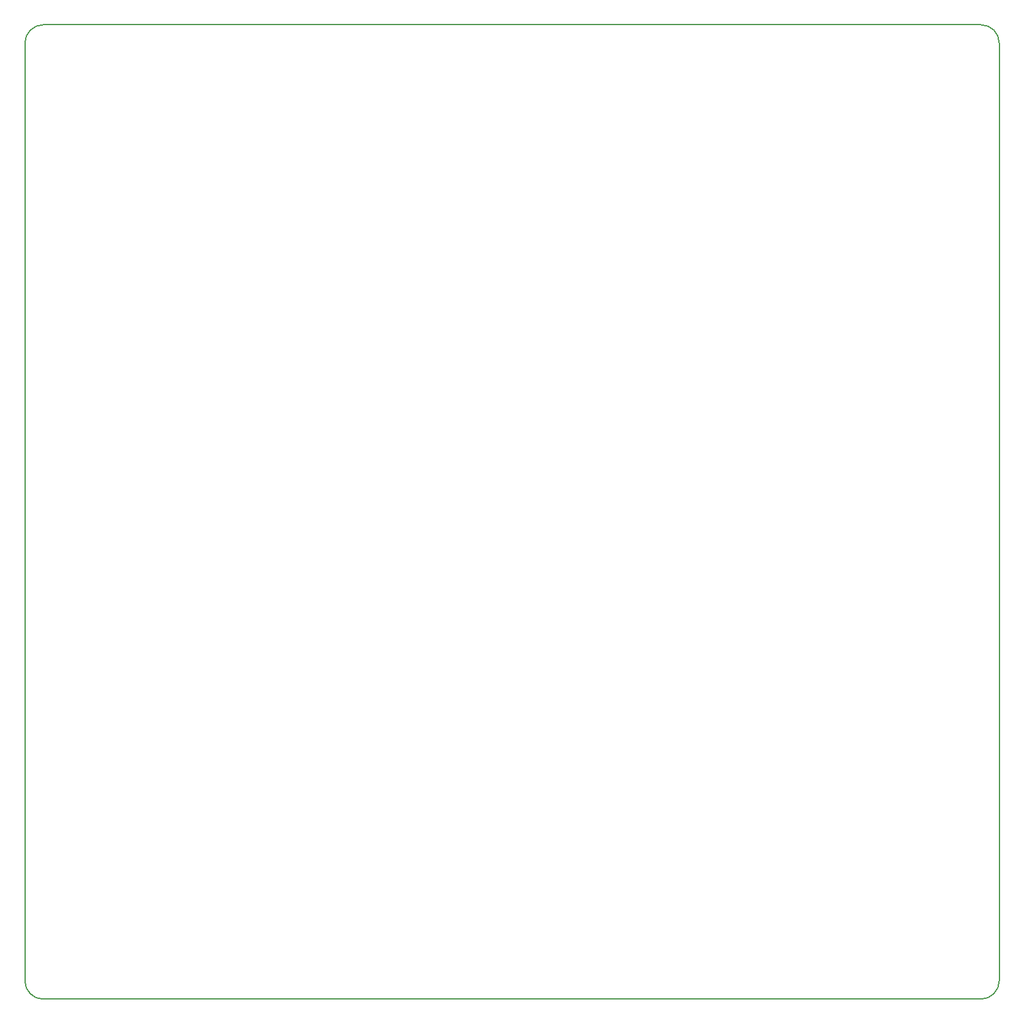
<source format=gbr>
%TF.GenerationSoftware,KiCad,Pcbnew,(5.99.0-13025-gf345eacf13)*%
%TF.CreationDate,2021-10-31T04:57:43-07:00*%
%TF.ProjectId,6_axis_I2S_v1p8s,365f6178-6973-45f4-9932-535f76317038,rev?*%
%TF.SameCoordinates,Original*%
%TF.FileFunction,Profile,NP*%
%FSLAX46Y46*%
G04 Gerber Fmt 4.6, Leading zero omitted, Abs format (unit mm)*
G04 Created by KiCad (PCBNEW (5.99.0-13025-gf345eacf13)) date 2021-10-31 04:57:43*
%MOMM*%
%LPD*%
G01*
G04 APERTURE LIST*
%TA.AperFunction,Profile*%
%ADD10C,0.140000*%
%TD*%
G04 APERTURE END LIST*
D10*
X81280000Y-168910000D02*
G75*
G03*
X83820000Y-171450000I2540000J0D01*
G01*
X83820000Y-36830000D02*
G75*
G03*
X81280000Y-39370000I0J-2540000D01*
G01*
X215900000Y-39370000D02*
G75*
G03*
X213360000Y-36830000I-2540000J0D01*
G01*
X213360000Y-171450000D02*
X83820000Y-171450000D01*
X213360000Y-171450000D02*
G75*
G03*
X215900000Y-168910000I0J2540000D01*
G01*
X83820000Y-36830000D02*
X213360000Y-36830000D01*
X81280000Y-168910000D02*
X81280000Y-39370000D01*
X215900000Y-39370000D02*
X215900000Y-168910000D01*
M02*

</source>
